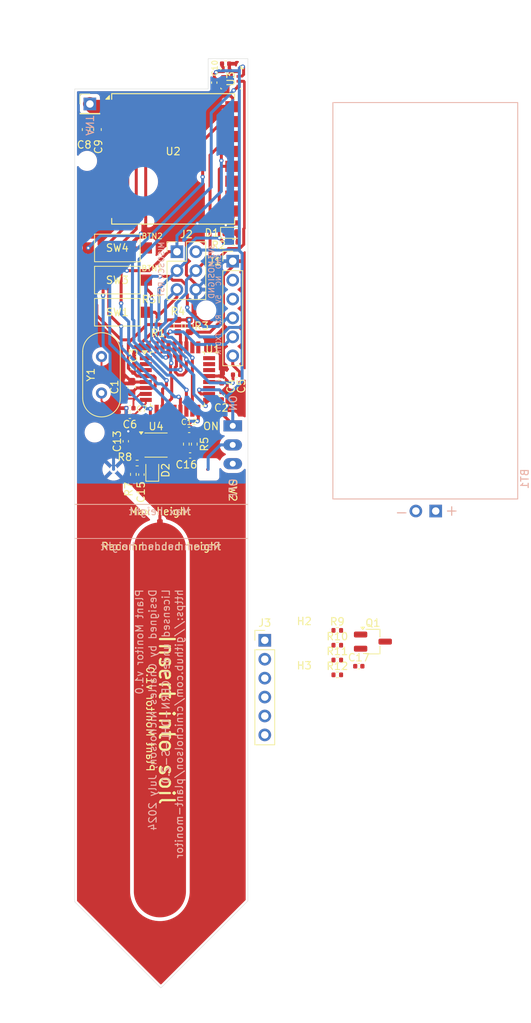
<source format=kicad_pcb>
(kicad_pcb (version 20240108) (generator "pcbnew") (generator_version "8.0")
  (layers (0 "F.Cu" signal) (31 "B.Cu" signal) (34 "B.Paste" user) (35 "F.Paste" user) (36 "B.SilkS" user "B.Silkscreen") (37 "F.SilkS" user "F.Silkscreen") (38 "B.Mask" user) (39 "F.Mask" user) (44 "Edge.Cuts" user))
  (net 0 "")
  (net 1 "Net-(AE1-Pin_1)")
  (net 2 "Net-(BT1-+)")
  (net 3 "GND")
  (net 4 "+3.3V")
  (net 5 "Net-(U1-AREF)")
  (net 6 "RESET")
  (net 7 "Net-(J1-Pin_6)")
  (net 8 "XTAL2")
  (net 9 "XTAL1")
  (net 10 "TRIG")
  (net 12 "SOIL")
  (net 13 "COUT")
  (net 14 "Net-(D1-A)")
  (net 15 "Net-(D2-A)")
  (net 17 "RX")
  (net 18 "+5V")
  (net 19 "TX")
  (net 20 "MOSI")
  (net 21 "SCK")
  (net 22 "MISO")
  (net 23 "SDA")
  (net 24 "SCL")
  (net 25 "Net-(U4-DIS)")
  (net 26 "OUT")
  (net 28 "BUTTON1")
  (net 29 "BUTTON2")
  (net 34 "DIO0")
  (net 36 "LORA_RST")
  (net 40 "CS")
  (net 50 "Net-(Q1-G)")
  (net 51 "Net-(Q1-D)")
  (net 52 "SOIL_FET")
  (net 53 "VOLT")
  (footprint "Package_TO_SOT_SMD:SC-59_Handsoldering" (layer "F.Cu") (at 280.556 131.062676)
    (property "Reference" "Q1")
    (property "Value" "DMN1019USN-13")
  )
  (footprint "Resistor_SMD:R_0402_1005Metric" (layer "F.Cu") (at 255.5124 104.56 -90)
    (property "Reference" "R6" (hide yes))
    (property "Value" "1.5 K")
  )
  (footprint "Resistor_SMD:R_0402_1005Metric" (layer "F.Cu") (at 248.9104 107.1 180)
    (property "Reference" "R8")
    (property "Value" "10 K")
  )
  (footprint "Connector_PinHeader_2.54mm:PinHeader_2x03_P2.54mm_Vertical" (layer "F.Cu") (at 254.254 78.74)
    (property "Reference" "J2")
    (property "Value" "AT_ISP")
  )
  (footprint "Resistor_SMD:R_0402_1005Metric" (layer "F.Cu") (at 256.5844 104.562 -90)
    (property "Reference" "R5")
    (property "Value" "330")
  )
  (footprint "Capacitor_SMD:C_0402_1005Metric" (layer "F.Cu") (at 259.262 56.048 90)
    (property "Reference" "C10")
    (property "Value" "100 nF")
  )
  (footprint "Resistor_SMD:R_0402_1005Metric" (layer "F.Cu") (at 275.776 129.556)
    (property "Reference" "R9")
    (property "Value" "10 K")
  )
  (footprint "Capacitor_SMD:C_0402_1005Metric" (layer "F.Cu") (at 248.448 94.488 90)
    (property "Reference" "C3")
    (property "Value" "100 nF")
  )
  (footprint "Package_LGA:Bosch_LGA-8_2.5x2.5mm_P0.65mm_ClockwisePinNumbering" (layer "F.Cu") (at 261.484 55.54 -90)
    (property "Reference" "U3")
    (property "Value" "BME280")
  )
  (footprint "Button_Switch_SMD:SW_SPST_CK_RS282G05A3" (layer "F.Cu") (at 246.253 86.864 180)
    (property "Reference" "SW1")
    (property "Value" "AT_RESET")
  )
  (footprint "Resistor_SMD:R_0402_1005Metric" (layer "F.Cu") (at 275.776 133.536)
    (property "Reference" "R11")
    (property "Value" "1 M")
  )
  (footprint "Resistor_SMD:R_0402_1005Metric" (layer "F.Cu") (at 261.872 77.47 180)
    (property "Reference" "R2")
    (property "Value" "1 K")
  )
  (footprint "Connector_PinHeader_2.54mm:PinHeader_1x06_P2.54mm_Vertical" (layer "F.Cu") (at 266.046 130.886)
    (property "Reference" "J3")
    (property "Value" "FTDI")
  )
  (footprint "Resistor_SMD:R_0603_1608Metric" (layer "F.Cu") (at 254.381 88.709 90)
    (property "Reference" "R4")
    (property "Value" "1.8 K")
  )
  (footprint "Capacitor_SMD:C_0402_1005Metric" (layer "F.Cu") (at 249.4834 108.65 -90)
    (property "Reference" "C15")
    (property "Value" "1 nF")
  )
  (footprint "Connector_PinHeader_2.54mm:PinHeader_1x06_P2.54mm_Vertical" (layer "F.Cu") (at 261.747 80.01)
    (property "Reference" "J1")
    (property "Value" "FTDI")
  )
  (footprint "Capacitor_SMD:C_0402_1005Metric" (layer "F.Cu") (at 260.786 53.508)
    (property "Reference" "C11" (hide yes))
    (property "Value" "1 uF")
  )
  (footprint "Sensor_Humidity:Soil" (layer "F.Cu") (at 251.968 118.5695)
    (property "Reference" "C14" (hide yes))
    (property "Value" "Soil")
  )
  (footprint "Resistor_SMD:R_0402_1005Metric" (layer "F.Cu") (at 275.776 131.546)
    (property "Reference" "R10")
    (property "Value" "10")
  )
  (footprint "Package_SO:VSSOP-8_3.0x3.0mm_P0.65mm" (layer "F.Cu") (at 251.4504 104.687)
    (property "Reference" "U4")
    (property "Value" "TLC555xPS")
  )
  (footprint "LED_SMD:LED_0603_1608Metric" (layer "F.Cu") (at 261.5945 76.2)
    (property "Reference" "D1")
    (property "Value" "LED")
  )
  (footprint "Capacitor_SMD:C_0402_1005Metric" (layer "F.Cu") (at 260.259 95.927 90)
    (property "Reference" "C4")
    (property "Value" "100 nF")
  )
  (footprint "Capacitor_SMD:C_0402_1005Metric" (layer "F.Cu") (at 247.94 100.753 180)
    (property "Reference" "C6")
    (property "Value" "22 pF")
  )
  (footprint "Capacitor_SMD:C_0402_1005Metric" (layer "F.Cu") (at 255.8954 102.655)
    (property "Reference" "C12")
    (property "Value" "470 pF")
  )
  (footprint "Capacitor_SMD:C_0603_1608Metric" (layer "F.Cu") (at 248.194 96.901 -90)
    (property "Reference" "C1")
    (property "Value" "10 uF")
  )
  (footprint "Crystal:Crystal_HC18-U_Vertical" (layer "F.Cu") (at 244.13 97.705 90)
    (property "Reference" "Y1")
    (property "Value" "8MHz")
  )
  (footprint "Capacitor_SMD:C_0603_1608Metric" (layer "F.Cu") (at 242.063 62.342 90)
    (property "Reference" "C8")
    (property "Value" "10 uF")
  )
  (footprint "Resistor_SMD:R_0402_1005Metric" (layer "F.Cu") (at 251.714 88.009 90)
    (property "Reference" "R1")
    (property "Value" "220")
  )
  (footprint "Button_Switch_THT:SW_Slide_SPDT" (layer "F.Cu") (at 261.747 104.648 -90)
    (property "Reference" "SW2")
    (property "Value" "Power")
  )
  (footprint "Capacitor_SMD:C_0402_1005Metric" (layer "F.Cu") (at 247.3864 104.179 90)
    (property "Reference" "C13")
    (property "Value" "100 nF")
  )
  (footprint "Capacitor_SMD:C_0402_1005Metric" (layer "F.Cu") (at 262.255 95.25)
    (property "Reference" "C5")
    (property "Value" "100 nF")
  )
  (footprint "Capacitor_SMD:C_0402_1005Metric" (layer "F.Cu") (at 260.259 98.058 -90)
    (property "Reference" "C2")
    (property "Value" "100 nF")
  )
  (footprint "Capacitor_SMD:C_0603_1608Metric" (layer "F.Cu") (at 243.587 62.342 90)
    (property "Reference" "C9")
    (property "Value" "100 nF")
  )
  (footprint "Connector_PinHeader_2.54mm:PinHeader_1x01_P2.54mm_Vertical" (layer "F.Cu") (at 242.571 58.913)
    (property "Reference" "AE1" (hide yes))
    (property "Value" "Antenna")
  )
  (footprint "RF_Module:Ai-Thinker-Ra-01-LoRa" (layer "F.Cu") (at 253.747 66.279)
    (property "Reference" "U2")
    (property "Value" "Ra-01")
  )
  (footprint "Package_QFP:TQFP-32_7x7mm_P0.8mm" (layer "F.Cu") (at 254.324 95.826)
    (property "Reference" "U1")
    (property "Value" "ATmega328P-A")
  )
  (footprint "Resistor_SMD:R_0603_1608Metric" (layer "F.Cu") (at 255.905 88.709 90)
    (property "Reference" "R3")
    (property "Value" "1.8 K")
  )
  (footprint "Diode_SMD:D_MicroMELF" (layer "F.Cu") (at 250.9424 108.078 90)
    (property "Reference" "D2")
    (property "Value" "SM4007")
  )
  (footprint "Capacitor_SMD:C_0402_1005Metric" (layer "F.Cu") (at 278.666 134.366)
    (property "Reference" "C17")
    (property "Value" "1 nF")
  )
  (footprint "MountingHole:MountingHole_2.2mm_M2" (layer "F.Cu") (at 271.346 137.486)
    (property "Reference" "H3")
    (property "Value" "MountingHole")
  )
  (footprint "Capacitor_SMD:C_0402_1005Metric" (layer "F.Cu") (at 247.94 99.737)
    (property "Reference" "C7")
    (property "Value" "22 pF")
  )
  (footprint "Button_Switch_SMD:SW_SPST_CK_RS282G05A3" (layer "F.Cu") (at 246.253 82.55 180)
    (property "Reference" "SW3")
    (property "Value" "BUTTON1")
  )
  (footprint "Button_Switch_SMD:SW_SPST_CK_RS282G05A3" (layer "F.Cu") (at 246.253 78.232 180)
    (property "Reference" "SW4")
    (property "Value" "BUTTON2")
  )
  (footprint "Resistor_SMD:R_0402_1005Metric" (layer "F.Cu") (at 248.4024 108.622 -90)
    (property "Reference" "R7")
    (property "Value" "1 M")
  )
  (footprint "MountingHole:MountingHole_2.2mm_M2" (layer "F.Cu") (at 271.346 131.536)
    (property "Reference" "H2")
    (property "Value" "MountingHole")
  )
  (footprint "Resistor_SMD:R_0402_1005Metric" (layer "F.Cu") (at 275.776 135.526)
    (property "Reference" "R12")
    (property "Value" "1 M")
  )
  (footprint "Capacitor_SMD:C_0402_1005Metric" (layer "F.Cu") (at 256.0224 106.084)
    (property "Reference" "C16")
    (property "Value" "10 nF")
  )
  (footprint "Battery:BatteryHolder_Keystone_2469_2xAAA" (layer "B.Cu") (at 293.942 109.222 90)
    (property "Reference" "BT1")
    (property "Value" "Battery")
  )
  (gr_line (start 263.779 117.221) (end 240.538 117.221) (stroke (width 0.1)) (layer "B.SilkS"))
  (gr_line (start 240.538 112.649) (end 263.779 112.649) (stroke (width 0.1)) (layer "B.SilkS"))
  (gr_line (start 240.538 117.221) (end 263.779 117.221) (stroke (width 0.1)) (layer "F.SilkS"))
  (gr_line (start 240.538 112.649) (end 263.779 112.649) (stroke (width 0.1)) (layer "F.SilkS"))
  (gr_line (start 252.095 177.546) (end 240.538 165.989) (stroke (width 0.05)) (layer "Edge.Cuts"))
  (gr_line (start 258.445 52.832) (end 258.445 56.896) (stroke (width 0.05)) (layer "Edge.Cuts"))
  (gr_line (start 240.538 56.896) (end 240.538 165.989) (stroke (width 0.05)) (layer "Edge.Cuts"))
  (gr_line (start 263.779 52.832) (end 263.779 165.862) (stroke (width 0.05)) (layer "Edge.Cuts"))
  (gr_line (start 258.445 56.896) (end 240.538 56.896) (stroke (width 0.05)) (layer "Edge.Cuts"))
  (gr_line (start 263.777186 165.863814) (end 252.095 177.546) (stroke (width 0.05)) (layer "Edge.Cuts"))
  (gr_line (start 263.779 52.832) (end 258.445 52.832) (stroke (width 0.05)) (layer "Edge.Cuts"))
  (gr_text "5V" (at 260.223 84.455 90) (layer "B.SilkS") (effects (font (size 0.66 0.66) (thickness 0.1)) (justify left bottom mirror)))
  (gr_text "RX" (at 260.223 87.122 90) (layer "B.SilkS") (effects (font (size 0.66 0.66) (thickness 0.1)) (justify left bottom mirror)))
  (gr_text "RST" (at 252.603 82.677 90) (layer "B.SilkS") (effects (font (size 0.75 0.75) (thickness 0.12)) (justify left bottom mirror)))
  (gr_text "Designed by Charles Nicholson, July 2024" (at 251.587 123.952 90) (layer "B.SilkS") (effects (font (size 1 1)) (justify left bottom mirror)))
  (gr_text "Recommended height" (at 260.223 118.872 -0) (layer "B.SilkS") (effects (font (size 1 1)) (justify left bottom mirror)))
  (gr_text "Licensed under CERN-OHL-S-2.0" (at 253.365 123.952 90) (layer "B.SilkS") (effects (font (size 1 1) (thickness 0.15) (bold yes)) (justify left bottom mirror)))
  (gr_text "ON" (at 262.382 97.917 90) (layer "B.SilkS") (effects (font (size 1 1)) (justify left bottom mirror)))
  (gr_text "Plant Monitor v1.0" (at 249.809 123.952 90) (layer "B.SilkS") (effects (font (size 1 1)) (justify left bottom mirror)))
  (gr_text "OFF\n" (at 262.382 109.093 90) (layer "B.SilkS") (effects (font (size 1 1)) (justify left bottom mirror)))
  (gr_text "NC" (at 260.223 81.915 90) (layer "B.SilkS") (effects (font (size 0.66 0.66) (thickness 0.1)) (justify left bottom mirror)))
  (gr_text "SCK" (at 252.603 80.137 90) (layer "B.SilkS") (effects (font (size 0.75 0.75) (thickness 0.12)) (justify left bottom mirror)))
  (gr_text "TX" (at 260.223 89.535 90) (layer "B.SilkS") (effects (font (size 0.66 0.66) (thickness 0.1)) (justify left bottom mirror)))
  (gr_text "DTR" (at 260.223 90.678 90) (layer "B.SilkS") (effects (font (size 0.66 0.66) (thickness 0.1)) (justify left bottom mirror)))
  (gr_text "MOSI" (at 259.334 79.883 90) (layer "B.SilkS") (effects (font (size 0.75 0.75) (thickness 0.12)) (justify left bottom mirror)))
  (gr_text "ANT" (at 241.935 63.246 -90) (layer "B.SilkS") (effects (font (size 1 1)) (justify left bottom mirror)))
  (gr_text "Max height" (at 256.159 114.173 -0) (layer "B.SilkS") (effects (font (size 1 1)) (justify left bottom mirror)))
  (gr_text "MISO" (at 252.603 77.343 90) (layer "B.SilkS") (effects (font (size 0.75 0.75) (thickness 0.12)) (justify left bottom mirror)))
  (gr_text "GND" (at 259.334 82.677 90) (layer "B.SilkS") (effects (font (size 0.75 0.75) (thickness 0.12)) (justify left bottom mirror)))
  (gr_text "https://github.com/crnicholson/plant-monitor" (at 255.143 123.952 90) (layer "B.SilkS") (effects (font (size 1 1)) (justify left bottom mirror)))
  (gr_text "GND" (at 260.223 78.994 90) (layer "B.SilkS") (effects (font (size 0.66 0.66) (thickness 0.1)) (justify left bottom mirror)))
  (gr_text "3V3" (at 259.334 77.597 90) (layer "B.SilkS") (effects (font (size 0.75 0.75) (thickness 0.12)) (justify left bottom mirror)))
  (gr_text "BTN2" (at 249.428 77.089 0) (layer "F.SilkS") (effects (font (size 0.75 0.75) (thickness 0.12)) (justify left bottom)))
  (gr_text "Insert into soil" (at 251.714 130.048 270) (layer "F.SilkS") (effects (font (size 2 2) (thickness 0.3)) (justify left bottom)))
  (gr_text "ON" (at 257.683 102.743 0) (layer "F.SilkS") (effects (font (size 1 1)) (justify left bottom)))
  (gr_text "Plant Monitor v1.0" (at 250.063 148.59 -90) (layer "F.SilkS") (effects (font (size 1 1)) (justify left bottom mirror)))
  (gr_text "Recommended height" (at 243.967 118.872 0) (layer "F.SilkS") (effects (font (size 1 1)) (justify left bottom)))
  (gr_text "Max height" (at 247.777 114.173 0) (layer "F.SilkS") (effects (font (size 1 1)) (justify left bottom)))
  (gr_text "RST" (at 249.428 85.725 0) (layer "F.SilkS") (effects (font (size 1 1)) (justify left bottom)))
  (gr_text "BTN1" (at 249.428 81.407 0) (layer "F.SilkS") (effects (font (size 0.75 0.75) (thickness 0.12)) (justify left bottom)))
  (segment (start 242.937 59.279) (end 242.571 58.913) (width 1.84904) (layer "F.Cu") (net 1))
  (segment (start 245.747 59.279) (end 242.937 59.279) (width 1.84904) (layer "F.Cu") (net 1))
  (segment (start 258.381 107.952) (end 258.3704 107.952) (width 0.4) (layer "F.Cu") (net 2))
  (segment (start 258.445 106.3073) (end 258.445 107.952) (width 0.4) (layer "B.Cu") (net 2))
  (segment (start 260.0863 104.666) (end 258.445 106.3073) (width 0.4) (layer "B.Cu") (net 2))
  (segment (start 261.738 104.666) (end 260.0863 104.666) (width 0.4) (layer "B.Cu") (net 2))
  (segment (start 261.6521 54.6485) (end 261.0856 55.215) (width 0.4) (layer "F.Cu") (net 3))
  (segment (start 261.747 59.279) (end 260.3453 59.279) (width 0.4) (layer "F.Cu") (net 3))
  (segment (start 248.299054 110.109) (end 251.587 110.109) (width 0.4) (layer "F.Cu") (net 3))
  (segment (start 261.1092 56.3915) (end 261.1092 57.4895) (width 0.4) (layer "F.Cu") (net 3))
  (segment (start 257.0036 62.6207) (end 257.0036 62.3126) (width 0.4) (layer "F.Cu") (net 3))
  (segment (start 260.5502 56.6062) (end 260.8945 56.6062) (width 0.4) (layer "F.Cu") (net 3))
  (segment (start 251.968 110.49) (end 251.968 114.6695) (width 0.4) (layer "F.Cu") (net 3))
  (segment (start 250.4705 101.9286) (end 255.826 101.9286) (width 0.4) (layer "F.Cu") (net 3))
  (segment (start 255.97 61.279) (end 245.747 61.279) (width 0.4) (layer "F.Cu") (net 3))
  (segment (start 257.0036 74.9702) (end 256.413 74.3796) (width 0.4) (layer "F.Cu") (net 3))
  (segment (start 247.7238 102.843) (end 248.1237 103.2429) (width 0.4) (layer "F.Cu") (net 3))
  (segment (start 247.46 99.737) (end 247.46 100.753) (width 0.4) (layer "F.Cu") (net 3))
  (segment (start 260.3828 95.447) (end 261.0051 96.0693) (width 0.4) (layer "F.Cu") (net 3))
  (segment (start 248.565556 94.008) (end 249.158 94.600444) (width 0.4) (layer "F.Cu") (net 3))
  (segment (start 255.524 76.4498) (end 255.524 81.8399) (width 0.4) (layer "F.Cu") (net 3))
  (segment (start 253.088 88.7014) (end 252.0168 89.7726) (width 0.4) (layer "F.Cu") (net 3))
  (segment (start 260.9932 75.1845) (end 260.807 75.1845) (width 0.4) (layer "F.Cu") (net 3))
  (segment (start 248.6871 103.712) (end 250.4705 101.9286) (width 0.4) (layer "F.Cu") (net 3))
  (segment (start 256.794 85.0717) (end 256.413 85.4527) (width 0.4) (layer "F.Cu") (net 3))
  (segment (start 261.266 54.1789) (end 261.6521 54.565) (width 0.4) (layer "F.Cu") (net 3))
  (segment (start 248.4024 108.112) (end 248.2828 108.112) (width 0.4) (layer "F.Cu") (net 3))
  (segment (start 261.0051 96.8319) (end 260.3616 97.4754) (width 0.4) (layer "F.Cu") (net 3))
  (segment (start 260.238 95.426) (end 260.259 95.447) (width 0.4) (layer "F.Cu") (net 3))
  (segment (start 259.7943 56.528) (end 259.8073 56.515) (width 0.4) (layer "F.Cu") (net 3))
  (segment (start 261.747 74.4307) (end 260.9932 75.1845) (width 0.4) (layer "F.Cu") (net 3))
  (segment (start 247.13 95.162) (end 248.194 96.226) (width 0.4) (layer "F.Cu") (net 3))
  (segment (start 261.1092 56.3915) (end 261.239 56.2617) (width 0.3498) (layer "F.Cu") (net 3))
  (segment (start 260.9712 99.4117) (end 260.9696 99.4133) (width 0.4) (layer "F.Cu") (net 3))
  (segment (start 260.259 97.578) (end 260.3616 97.4754) (width 0.4) (layer "F.Cu") (net 3))
  (segment (start 261.747 58.1273) (end 261.747 59.279) (width 0.4) (layer "F.Cu") (net 3))
  (segment (start 261.747 80.7141) (end 260.497 81.9641) (width 0.4) (layer "F.Cu") (net 3))
  (segment (start 249.158 94.626) (end 250.074 94.626) (width 0.4) (layer "F.Cu") (net 3))
  (segment (start 261.0051 96.0693) (end 261.0051 96.8319) (width 0.4) (layer "F.Cu") (net 3))
  (segment (start 260.459 55.215) (end 261.0856 55.215) (width 0.3498) (layer "F.Cu") (net 3))
  (segment (start 247.13 92.7927) (end 247.13 95.162) (width 0.4) (layer "F.Cu") (net 3))
  (segment (start 256.78 88.3384) (end 256.417 88.7014) (width 0.4) (layer "F.Cu") (net 3))
  (segment (start 251.587 110.109) (end 251.968 110.49) (width 0.4) (layer "F.Cu") (net 3))
  (segment (start 242.353 86.864) (end 242.353 88.0157) (width 0.4) (layer "F.Cu") (net 3))
  (segment (start 259.262 56.528) (end 259.7943 56.528) (width 0.4) (layer "F.Cu") (net 3))
  (segment (start 248.1237 103.2429) (end 248.1237 103.712) (width 0.4) (layer "F.Cu") (net 3))
  (segment (start 248.194 96.226) (end 248.8723 96.226) (width 0.4) (layer "F.Cu") (net 3))
  (segment (start 247.3864 103.1804) (end 247.3864 103.699) (width 0.4) (layer "F.Cu") (net 3))
  (segment (start 248.4024 108.112) (end 249.4254 108.112) (width 0.4) (layer "F.Cu") (net 3))
  (segment (start 247.7238 102.843) (end 247.3864 103.1804) (width 0.4) (layer "F.Cu") (net 3))
  (segment (start 261.747 73.279) (end 261.747 74.4307) (width 0.4) (layer "F.Cu") (net 3))
  (segment (start 245.747 61.279) (end 243.875 61.279) (width 0.4) (layer "F.Cu") (net 3))
  (segment (start 248.194 96.226) (end 248.194 96.126) (width 0.4) (layer "F.Cu") (net 3))
  (segment (start 261.266 53.508) (end 261.266 54.1789) (width 0.4) (layer "F.Cu") (net 3))
  (segment (start 261.239 55.3684) (end 261.0856 55.215) (width 0.3498) (layer "F.Cu") (net 3))
  (segment (start 242.353 88.0157) (end 247.13 92.7927) (width 0.4) (layer "F.Cu") (net 3))
  (segment (start 256.413 74.3796) (end 256.413 63.2113) (width 0.4) (layer "F.Cu") (net 3))
  (segment (start 256.794 83.1099) (end 256.794 83.82) (width 0.4) (layer "F.Cu") (net 3))
  (segment (start 243.875 61.279) (end 243.587 61.567) (width 0.4) (layer "F.Cu") (net 3))
  (segment (start 256.417 88.7014) (end 253.088 88.7014) (width 0.4) (layer "F.Cu") (net 3))
  (segment (start 260.459 56.515) (end 259.8073 56.515) (width 0.4) (layer "F.Cu") (net 3))
  (segment (start 261.1092 57.4895) (end 261.747 58.1273) (width 0.4) (layer "F.Cu") (net 3))
  (segment (start 249.4254 108.112) (end 249.4834 108.17) (width 0.4) (layer "F.Cu") (net 3))
  (segment (start 260.3616 97.4754) (end 260.9712 98.085) (width 0.4) (layer "F.Cu") (net 3))
  (segment (start 261.239 56.2617) (end 261.239 55.3684) (width 0.3498) (layer "F.Cu") (net 3))
  (segment (start 260.459 56.515) (end 260.5502 56.6062) (width 0.4) (layer "F.Cu") (net 3))
  (segment (start 256.413 87.06293) (end 256.78 87.42993) (width 0.4) (layer "F.Cu") (net 3))
  (segment (start 256.78 87.42993) (end 256.78 88.3384) (width 0.4) (layer "F.Cu") (net 3))
  (segment (start 248.6871 103.712) (end 248.1237 103.712) (width 0.4) (layer "F.Cu") (net 3))
  (segment (start 257.0036 62.3126) (end 255.97 61.279) (width 0.4) (layer "F.Cu") (net 3))
  (segment (start 257.0036 74.9702) (end 255.524 76.4498) (width 0.4) (layer "F.Cu") (net 3))
  (segment (start 260.8945 56.6062) (end 261.1092 56.3915) (width 0.4) (layer "F.Cu") (net 3))
  (segment (start 260.807 76.2) (end 260.807 75.1845) (width 0.4) (layer "F.Cu") (net 3))
  (segment (start 256.413 63.2113) (end 257.0036 62.6207) (width 0.4) (layer "F.Cu") (net 3))
  (segment (start 247.6768 109.486746) (end 248.299054 110.109) (width 0.4) (layer "F.Cu") (net 3))
  (segment (start 247.6768 108.718) (end 247.6768 109.486746) (width 0.4) (layer "F.Cu") (net 3))
  (segment (start 250.074 96.226) (end 248.8723 96.226) (width 0.4) (layer "F.Cu") (net 3))
  (segment (start 255.524 81.8399) (end 256.794 83.1099) (width 0.4) (layer "F.Cu") (net 3))
  (segment (start 255.826 101.9286) (end 256.3754 102.478) (width 0.4) (layer "F.Cu") (net 3))
  (segment (start 261.747 80.01) (end 261.747 80.7141) (width 0.4) (layer "F.Cu") (net 3))
  (segment (start 248.2828 108.112) (end 247.6768 108.718) (width 0.4) (layer "F.Cu") (net 3))
  (segment (start 249.2504 103.712) (end 248.6871 103.712) (width 0.4) (layer "F.Cu") (net 3))
  (segment (start 248.448 92.039) (end 248.448 94.008) (width 0.4) (layer "F.Cu") (net 3))
  (segment (start 258.574 95.426) (end 260.238 95.426) (width 0.4) (layer "F.Cu") (net 3))
  (segment (start 243.587 61.567) (end 242.063 61.567) (width 0.4) (layer "F.Cu") (net 3))
  (segment (start 249.158 94.600444) (end 249.158 94.626) (width 0.4) (layer "F.Cu") (net 3))
  (segment (start 261.6521 54.565) (end 261.6521 54.6485) (width 0.4) (layer "F.Cu") (net 3))
  (segment (start 256.413 85.4527) (end 256.413 87.06293) (width 0.4) (layer "F.Cu") (net 3))
  (segment (start 261.6521 54.565) (end 261.8573 54.565) (width 0.4) (layer "F.Cu") (net 3))
  (segment (start 260.497 81.9641) (end 260.497 95.167) (width 0.4) (layer "F.Cu") (net 3))
  (segment (start 256.3754 102.478) (end 256.3754 102.655) (width 0.4) (layer "F.Cu") (net 3))
  (segment (start 250.7144 89.7726) (end 248.448 92.039) (width 0.4) (layer "F.Cu") (net 3))
  (segment (start 262.509 54.565) (end 261.8573 54.565) (width 0.4) (layer "F.Cu") (net 3))
  (segment (start 260.3453 59.279) (end 257.0036 62.6207) (width 0.4) (layer "F.Cu") (net 3))
  (segment (start 260.497 95.167) (end 260.238 95.426) (width 0.4) (layer "F.Cu") (net 3))
  (segment (start 248.448 94.008) (end 248.565556 94.008) (width 0.4) (layer "F.Cu") (net 3))
  (segment (start 252.0168 89.7726) (end 250.7144 89.7726) (width 0.4) (layer "F.Cu") (net 3))
  (segment (start 260.9712 98.085) (end 260.9712 99.4117) (width 0.4) (layer "F.Cu") (net 3))
  (segment (start 256.794 83.82) (end 256.794 85.0717) (width 0.4) (layer "F.Cu") (net 3))
  (segment (start 260.259 95.447) (end 260.3828 95.447) (width 0.4) (layer "F.Cu") (net 3))
  (via (at 260.807 75.1845) (size 0.6) (drill 0.3) (layers "F.Cu" "B.Cu") (net 3))
  (via (at 247.7238 102.843) (size 0.6) (drill 0.3) (layers "F.Cu" "B.Cu") (net 3))
  (via (at 257.0036 74.9702) (size 0.6) (drill 0.3) (layers "F.Cu" "B.Cu") (net 3))
  (via (at 260.9696 99.4133) (size 0.6) (drill 0.3) (layers "F.Cu" "B.Cu") (net 3))
  (via (at 247.46 99.737) (size 0.6) (drill 0.3) (layers "F.Cu" "B.Cu") (net 3))
  (segment (start 246.661 102.843) (end 245.745 103.759) (width 0.4) (layer "B.Cu") (net 3))
  (segment (start 260.604 80.01) (end 256.794 83.82) (width 0.4) (layer "B.Cu") (net 3))
  (segment (start 245.745 103.759) (end 245.745 107.952) (width 0.4) (layer "B.Cu") (net 3))
  (segment (start 257.5399 102.843) (end 260.9696 99.4133) (width 0.4) (layer "B.Cu") (net 3))
  (segment (start 247.7238 102.843) (end 257.5399 102.843) (width 0.4) (layer "B.Cu") (net 3))
  (segment (start 257.0036 74.9702) (end 260.5927 74.9702) (width 0.4) (layer "B.Cu") (net 3))
  (segment (start 261.747 80.01) (end 260.604 80.01) (width 0.4) (layer "B.Cu") (net 3))
  (segment (start 247.7238 100.9118) (end 247.46 100.648) (width 0.4) (layer "B.Cu") (net 3))
  (segment (start 247.7238 102.843) (end 246.661 102.843) (width 0.4) (layer "B.Cu") (net 3))
  (segment (start 247.7238 102.843) (end 247.7238 100.9118) (width 0.4) (layer "B.Cu") (net 3))
  (segment (start 260.5927 74.9702) (end 260.807 75.1845) (width 0.4) (layer "B.Cu") (net 3))
  (segment (start 247.46 100.648) (end 247.46 99.737) (width 0.4) (layer "B.Cu") (net 3))
  (segment (start 254.381 87.884) (end 253.0545 87.884) (width 0.4) (layer "F.Cu") (net 4))
  (segment (start 247.73 94.367556) (end 247.73 90.99) (width 0.4) (layer "F.Cu") (net 4))
  (segment (start 260.459 54.565) (end 259.5971 54.565) (width 0.4) (layer "F.Cu") (net 4))
  (segment (start 242.3513 84.7688) (end 242.353 84.7671) (width 0.4) (layer "F.Cu") (net 4))
  (segment (start 242.353 84.7671) (end 242.353 82.55) (width 0.4) (layer "F.Cu") (net 4))
  (segment (start 258.574 97.826) (end 257.499 97.826) (width 0.4) (layer "F.Cu") (net 4))
  (segment (start 262.5588 55.1652) (end 262.509 55.215) (width 0.3498) (layer "F.Cu") (net 4))
  (segment (start 249.2504 105.662) (end 248.1237 105.662) (width 0.4) (layer "F.Cu") (net 4))
  (segment (start 247.3864 104.659) (end 247.3864 104.9247) (width 0.4) (layer "F.Cu") (net 4))
  (segment (start 251.333 95.631) (end 251.333 96.842) (width 0.4) (layer "F.Cu") (net 4))
  (segment (start 250.074 95.426) (end 251.128 95.426) (width 0.4) (layer "F.Cu") (net 4))
  (segment (start 262.9951 55.1652) (end 262.5588 55.1652) (width 0.3498) (layer "F.Cu") (net 4))
  (segment (start 256.5844 105.072) (end 256.6886 105.072) (width 0.4) (layer "F.Cu") (net 4))
  (segment (start 259.262 54.9001) (end 259.262 55.568) (width 0.4) (layer "F.Cu") (net 4))
  (segment (start 260.259 100.4457) (end 260.259 98.538) (width 0.4) (layer "F.Cu") (net 4))
  (segment (start 248.448 94.968) (end 248.906 95.426) (width 0.4) (layer "F.Cu") (net 4))
  (segment (start 260.306 53.508) (end 260.306 53.8353) (width 0.4) (layer "F.Cu") (net 4))
  (segment (start 249.428 76.327) (end 250.063 75.692) (width 0.4) (layer "F.Cu") (net 4))
  (segment (start 248.844 97.026) (end 248.194 97.676) (width 0.4) (layer "F.Cu") (net 4))
  (segment (start 250.063 75.692) (end 250.063 65.151) (width 0.4) (layer "F.Cu") (net 4))
  (segment (start 259.262 54.9001) (end 259.50655 54.65555) (width 0.4) (layer "F.Cu") (net 4))
  (segment (start 255.0316 103.3725) (end 254.7771 103.627) (width 0.4) (layer "F.Cu") (net 4))
  (segment (start 261.747 101.9337) (end 260.259 100.4457) (width 0.4) (layer "F.Cu") (net 4))
  (segment (start 247.3864 104.9247) (end 248.1237 105.662) (width 0.4) (layer "F.Cu") (net 4))
  (segment (start 246.7788 90.5688) (end 243.503 87.293) (width 0.4) (layer "F.Cu") (net 4))
  (segment (start 263.2005 54.0128) (end 263.0982 53.9105) (width 0.4) (layer "F.Cu") (net 4))
  (segment (start 252.4195 88.519) (end 251.714 88.519) (width 0.4) (layer "F.Cu") (net 4))
  (segment (start 250.201 88.519) (end 248.1512 90.5688) (width 0.4) (layer "F.Cu") (net 4))
  (segment (start 248.330444 94.968) (end 247.73 94.367556) (width 0.4) (layer "F.Cu") (net 4))
  (segment (start 257.3322 103.3725) (end 255.0316 103.3725) (width 0.4) (layer "F.Cu") (net 4))
  (segment (start 251.333 96.842) (end 251.149 97.026) (width 0.4) (layer "F.Cu") (net 4))
  (segment (start 242.353 63.117) (end 242.063 63.117) (width 0.4) (layer "F.Cu") (net 4))
  (segment (start 251.714 88.519) (end 250.201 88.519) (width 0.4) (layer "F.Cu") (net 4))
  (segment (start 257.2475 97.5745) (end 257.2475 97.2708) (width 0.4) (layer "F.Cu") (net 4))
  (segment (start 260.306 53.8353) (end 260.459 53.9883) (width 0.4) (layer "F.Cu") (net 4))
  (segment (start 251.149 97.026) (end 250.074 97.026) (width 0.4) (layer "F.Cu") (net 4))
  (segment (start 247.73 90.99) (end 248.1512 90.5688) (width 0.4) (layer "F.Cu") (net 4))
  (segment (start 241.2013 96.8023) (end 241.2013 85.9188) (width 0.4) (layer "F.Cu") (net 4))
  (segment (start 248.191 63.279) (end 245.747 63.279) (width 0.4) (layer "F.Cu") (net 4))
  (segment (start 242.353 63.117) (end 243.587 63.117) (width 0.4) (layer "F.Cu") (net 4))
  (segment (start 243.503 85.9171) (end 242.353 84.7671) (width 0.4) (layer "F.Cu") (net 4))
  (segment (start 257.3322 104.4284) (end 257.3322 103.3725) (width 0.4) (layer "F.Cu") (net 4))
  (segment (start 257.3322 103.3725) (end 260.259 100.4457) (width 0.4) (layer "F.Cu") (net 4))
  (segment (start 250.074 97.026) (end 248.844 97.026) (width 0.4) (layer "F.Cu") (net 4))
  (segment (start 244.1833 63.117) (end 244.3453 63.279) (width 0.4) (layer "F.Cu") (net 4))
  (segment (start 259.8073 55.865) (end 259.5103 55.568) (width 0.4) (layer "F.Cu") (net 4))
  (segment (start 260.459 54.565) (end 260.459 53.9883) (width 0.4) (layer "F.Cu") (net 4))
  (segment (start 248.448 94.968) (end 248.330444 94.968) (width 0.4) (layer "F.Cu") (net 4))
  (segment (start 241.2013 85.9188) (end 242.3513 84.7688) (width 0.4) (layer "F.Cu") (net 4))
  (segment (start 243.587 63.117) (end 244.1833 63.117) (width 0.4) (layer "F.Cu") (net 4))
  (segment (start 242.353 82.55) (end 242.353 78.232) (width 0.4) (layer "F.Cu") (net 4))
  (segment (start 251.128 95.426) (end 251.333 95.631) (width 0.4) (layer "F.Cu") (net 4))
  (segment (start 253.6504 103.712) (end 254.7771 103.712) (width 0.4) (layer "F.Cu") (net 4))
  (segment (start 261.747 102.108) (end 261.747 101.9337) (width 0.4) (layer "F.Cu") (net 4))
  (segment (start 247.268844 104.659) (end 246.6764 104.066556) (width 0.4) (layer "F.Cu") (net 4))
  (segment (start 263.2005 54.9598) (end 263.2005 54.0128) (width 0.4) (layer "F.Cu") (net 4))
  (segment (start 246.6764 104.066556) (end 246.6764 102.2774) (width 0.4) (layer "F.Cu") (net 4))
  (segment (start 259.5103 55.568) (end 259.262 55.568) (width 0.4) (layer "F.Cu") (net 4))
  (segment (start 254.7771 103.627) (end 254.7771 103.712) (width 0.4) (layer "F.Cu") (net 4))
  (segment (start 247.3864 104.659) (end 247.268844 104.659) (width 0.4) (layer "F.Cu") (net 4))
  (segment (start 256.6886 105.072) (end 257.3322 104.4284) (width 0.4) (layer "F.Cu") (net 4))
  (segment (start 257.499 97.826) (end 257.2475 97.5745) (width 0.4) (layer "F.Cu") (net 4))
  (segment (start 255.905 87.884) (end 254.381 87.884) (width 0.4) (layer "F.Cu") (net 4))
  (segment (start 246.6764 102.2774) (end 241.2013 96.8023) (width 0.4) (layer "F.Cu") (net 4))
  (segment (start 262.9951 55.1652) (end 263.2005 54.9598) (width 0.4) (layer "F.Cu") (net 4))
  (segment (start 253.0545 87.884) (end 252.4195 88.519) (width 0.4) (layer "F.Cu") (net 4))
  (segment (start 250.063 65.151) (end 248.191 63.279) (width 0.4) (layer "F.Cu") (net 4))
  (segment (start 248.1512 90.5688) (end 246.7788 90.5688) (width 0.4) (layer "F.Cu") (net 4))
  (segment (start 259.5971 54.565) (end 259.50655 54.65555) (width 0.4) (layer "F.Cu") (net 4))
  (segment (start 243.503 87.293) (end 243.503 85.9171) (width 0.4) (layer "F.Cu") (net 4))
  (segment (start 260.459 55.865) (end 259.8073 55.865) (width 0.4) (layer "F.Cu") (net 4))
  (segment (start 248.906 95.426) (end 250.074 95.426) (width 0.4) (layer "F.Cu") (net 4))
  (segment (start 245.747 63.279) (end 244.3453 63.279) (width 0.4) (layer "F.Cu") (net 4))
  (via (at 259.50655 54.65555) (size 0.6) (drill 0.3) (layers "F.Cu" "B.Cu") (net 4))
  (via (at 255.905 87.884) (size 0.6) (drill 0.3) (layers "F.Cu" "B.Cu") (net 4))
  (via (at 249.428 76.327) (size 0.6) (drill 0.3) (layers "F.Cu" "B.Cu") (net 4))
  (via (at 263.0982 53.9105) (size 0.6) (drill 0.3) (layers "F.Cu" "B.Cu") (net 4))
  (via (at 257.2475 97.2708) (size 0.6) (drill 0.3) (layers "F.Cu" "B.Cu") (net 4))
  (via (at 242.353 78.232) (size 0.6) (drill 0.3) (layers "F.Cu" "B.Cu") (net 4))
  (segment (start 262.6248 78.4391) (end 262.5469 78.517) (width 0.4) (layer "B.Cu") (net 4))
  (segment (start 262.5469 78.517) (end 262.9987 78.9688) (width 0.4) (layer "B.Cu") (net 4))
  (segment (start 263.0982 53.9105) (end 262.8163 53.9105) (width 0.4) (layer "B.Cu") (net 4))
  (segment (start 259.9612 97.2708) (end 260.9232 98.2328) (width 0.4) (layer "B.Cu") (net 4))
  (segment (start 244.004 76.581) (end 242.353 78.232) (width 0.4) (layer "B.Cu") (net 4))
  (segment (start 262.5469 78.517) (end 257.017 78.517) (width 0.4) (layer "B.Cu") (net 4))
  (segment (start 262.9987 96.1573) (end 262.9987 88.8971) (width 0.4) (layer "B.Cu") (net 4))
  (segment (start 262.9987 88.8971) (end 262.9972 88.8956) (width 0.4) (layer "B.Cu") (net 4))
  (segment (start 261.253633 88.8956) (end 262.9972 88.8956) (width 0.4) (layer "B.Cu") (net 4))
  (segment (start 262.6248 54.457) (end 259.7051 54.457) (width 0.4) (layer "B.Cu") (net 4))
  (segment (start 262.9987 78.9688) (end 262.9987 88.8941) (width 0.4) (layer "B.Cu") (net 4))
  (segment (start 261.747 102.108) (end 261.747 100.9563) (width 0.4) (layer "B.Cu") (net 4))
  (segment (start 262.6248 54.457) (end 262.6248 78.4391) (width 0.4) (layer "B.Cu") (net 4))
  (segment (start 257.2475 97.2708) (end 259.9612 97.2708) (width 0.4) (layer "B.Cu") (net 4))
  (segment (start 261.747 99.0566) (end 261.747 100.9563) (width 0.4) (layer "B.Cu") (net 4))
  (segment (start 260.9232 98.2328) (end 261.747 99.0566) (width 0.4) (layer "B.Cu") (net 4))
  (segment (start 249.174 76.581) (end 244.004 76.581) (width 0.4) (layer "B.Cu") (net 4))
  (segment (start 255.905 88.773) (end 257.302 90.17) (width 0.4) (layer "B.Cu") (net 4))
  (segment (start 259.7051 54.457) (end 259.50655 54.65555) (width 0.4) (layer "B.Cu") (net 4))
  (segment (start 249.428 76.327) (end 249.174 76.581) (width 0.4) (layer "B.Cu") (net 4))
  (segment (start 260.9232 98.2328) (end 262.9987 96.1573) (width 0.4) (layer "B.Cu") (net 4))
  (segment (start 255.905 87.884) (end 255.905 88.773) (width 0.4) (layer "B.Cu") (net 4))
  (segment (start 259.979233 90.17) (end 261.253633 88.8956) (width 0.4) (layer "B.Cu") (net 4))
  (segment (start 257.017 78.517) (end 256.794 78.74) (width 0.4) (layer "B.Cu") (net 4))
  (segment (start 262.9987 88.8941) (end 262.9972 88.8956) (width 0.4) (layer "B.Cu") (net 4))
  (segment (start 262.8163 53.9105) (end 262.6248 54.102) (width 0.4) (layer "B.Cu") (net 4))
  (segment (start 262.6248 54.102) (end 262.6248 54.457) (width 0.4) (layer "B.Cu") (net 4))
  (segment (start 257.302 90.17) (end 259.979233 90.17) (width 0.4) (layer "B.Cu") (net 4))
  (segment (start 258.574 96.226) (end 260.078 96.226) (width 0.4) (layer "F.Cu") (net 5))
  (segment (start 260.078 96.226) (end 260.259 96.407) (width 0.4) (layer "F.Cu") (net 5))
  (segment (start 254.186 94.1018) (end 254.186 93.0397) (width 0.4) (layer "F.Cu") (net 6))
  (segment (start 255.0294 95.2875) (end 254.4257 95.2875) (width 0.4) (layer "F.Cu") (net 6))
  (segment (start 255.5168 94.8001) (end 255.0294 95.2875) (width 0.4) (layer "F.Cu") (net 6))
  (segment (start 251.7711 87.3304) (end 251.3047 86.864) (width 0.4) (layer "F.Cu") (net 6))
  (segment (start 254.254 84.8475) (end 251.7711 87.3304) (width 0.4) (layer "F.Cu") (net 6))
  (segment (start 254.0206 94.8824) (end 254.0206 94.2672) (width 0.4) (layer "F.Cu") (net 6))
  (segment (start 261.7143 96.3361) (end 261.775 96.2754) (width 0.4) (layer "F.Cu") (net 6))
  (segment (start 251.7711 87.4419) (end 251.714 87.499) (width 0.4) (layer "F.Cu") (net 6))
  (segment (start 250.153 86.864) (end 251.3047 86.864) (width 0.4) (layer "F.Cu") (net 6))
  (segment (start 254.186 93.0397) (end 253.924 92.7777) (width 0.4) (layer "F.Cu") (net 6))
  (segment (start 254.4257 95.2875) (end 254.0206 94.8824) (width 0.4) (layer "F.Cu") (net 6))
  (segment (start 255.5168 93.1964) (end 255.5168 94.8001) (width 0.4) (layer "F.Cu") (net 6))
  (segment (start 261.775 96.2754) (end 261.775 95.25) (width 0.4) (layer "F.Cu") (net 6))
  (segment (start 251.7711 87.3304) (end 251.7711 87.4419) (width 0.4) (layer "F.Cu") (net 6))
  (segment (start 253.924 91.576) (end 253.924 92.7777) (width 0.4) (layer "F.Cu") (net 6))
  (segment (start 254.0206 94.2672) (end 254.186 94.1018) (width 0.4) (layer "F.Cu") (net 6))
  (segment (start 254.254 83.82) (end 254.254 84.8475) (width 0.4) (layer "F.Cu") (net 6))
  (via (at 261.7143 96.3361) (size 0.6) (drill 0.3) (layers "F.Cu" "B.Cu") (net 6))
  (via (at 255.5168 93.1964) (size 0.6) (drill 0.3) (layers "F.Cu" "B.Cu") (net 6))
  (segment (start 253.3137 90.8177) (end 255.5168 93.0208) (width 0.4) (layer "B.Cu") (net 6))
  (segment (start 258.6565 96.3361) (end 261.7143 96.3361) (width 0.4) (layer "B.Cu") (net 6))
  (segment (start 255.5168 93.0208) (end 255.5168 93.1964) (width 0.4) (layer "B.Cu") (net 6))
  (segment (start 252.0544 88.8842) (end 252.0544 89.9983) (width 0.4) (layer "B.Cu") (net 6))
  (segment (start 252.73 88.2086) (end 252.0544 88.8842) (width 0.4) (layer "B.Cu") (net 6))
  (segment (start 252.8357 90.8177) (end 253.3137 90.8177) (width 0.4) (layer "B.Cu") (net 6))
  (segment (start 252.73 85.344) (end 252.73 88.2086) (width 0.4) (layer "B.Cu") (net 6))
  (segment (start 254.254 83.82) (end 252.73 85.344) (width 0.4) (layer "B.Cu") (net 6))
  (segment (start 252.0544 89.9983) (end 252.1985 90.1424) (width 0.4) (layer "B.Cu") (net 6))
  (segment (start 252.1985 90.1805) (end 252.8357 90.8177) (width 0.4) (layer "B.Cu") (net 6))
  (segment (start 252.1985 90.1424) (end 252.1985 90.1805) (width 0.4) (layer "B.Cu") (net 6))
  (segment (start 255.5168 93.1964) (end 258.6565 96.3361) (width 0.4) (layer "B.Cu") (net 6))
  (segment (start 261.747 92.71) (end 261.747 93.9617) (width 0.4) (layer "F.Cu") (net 7))
  (segment (start 262.735 94.9497) (end 261.747 93.9617) (width 0.4) (layer "F.Cu") (net 7))
  (segment (start 262.735 95.25) (end 262.735 94.9497) (width 0.4) (layer "F.Cu") (net 7))
  (segment (start 246.83734 101.473) (end 247.71149 101.473) (width 0.25) (layer "F.Cu") (net 8))
  (segment (start 250.074 98.626) (end 250.074 99.099) (width 0.25) (layer "F.Cu") (net 8))
  (segment (start 247.71149 101.473) (end 248.42 100.76449) (width 0.25) (layer "F.Cu") (net 8))
  (segment (start 244.13 98.76566) (end 246.83734 101.473) (width 0.25) (layer "F.Cu") (net 8))
  (segment (start 248.42 100.76449) (end 248.42 100.753) (width 0.25) (layer "F.Cu") (net 8))
  (segment (start 244.13 97.705) (end 244.13 98.76566) (width 0.25) (layer "F.Cu") (net 8))
  (segment (start 250.074 99.099) (end 248.42 100.753) (width 0.25) (layer "F.Cu") (net 8))
  (segment (start 248.42 99.737) (end 248.42 98.709052) (width 0.25) (layer "F.Cu") (net 9))
  (segment (start 248.42 98.709052) (end 248.678052 98.451) (width 0.25) (layer "F.Cu") (net 9))
  (segment (start 247.676 98.451) (end 244.13 94.905) (width 0.25) (layer "F.Cu") (net 9))
  (segment (start 249.303052 97.826) (end 248.678052 98.451) (width 0.25) (layer "F.Cu") (net 9))
  (segment (start 250.074 97.826) (end 249.303052 97.826) (width 0.25) (layer "F.Cu") (net 9))
  (segment (start 248.678052 98.451) (end 247.676 98.451) (width 0.25) (layer "F.Cu") (net 9))
  (segment (start 244.13 94.905) (end 244.13 92.805) (width 0.25) (layer "F.Cu") (net 9))
  (segment (start 254.7174 102.6565) (end 254.7189 102.655) (width 0.4) (layer "F.Cu") (net 10))
  (segment (start 253.1772 102.658) (end 254.2433 102.658) (width 0.4) (layer "F.Cu") (net 10))
  (segment (start 249.2504 104.362) (end 251.4732 104.362) (width 0.4) (layer "F.Cu") (net 10))
  (segment (start 255.5124 105.07) (end 255.4544 105.012) (width 0.4) (layer "F.Cu") (net 10))
  (segment (start 251.4732 104.362) (end 251.6735 104.1617) (width 0.4) (layer "F.Cu") (net 10))
  (segment (start 254.2448 102.6565) (end 254.7174 102.6565) (width 0.4) (layer "F.Cu") (net 10))
  (segment (start 254.2433 102.658) (end 254.2448 102.6565) (width 0.4) (layer "F.Cu") (net 10))
  (segment (start 253.6504 105.012) (end 252.5237 105.012) (width 0.4) (layer "F.Cu") (net 10))
  (segment (start 255.4544 105.012) (end 253.6504 105.012) (width 0.4) (layer "F.Cu") (net 10))
  (segment (start 251.6735 104.1617) (end 252.5237 105.012) (width 0.4) (layer "F.Cu") (net 10))
  (segment (start 251.6735 104.1617) (end 253.1772 102.658) (width 0.4) (layer "F.Cu") (net 10))
  (segment (start 254.7189 102.655) (end 255.4154 102.655) (width 0.4) (layer "F.Cu") (net 10))
  (segment (start 249.4834 109.13) (end 249.4814 109.132) (width 0.4) (layer "F.Cu") (net 12))
  (segment (start 249.4814 109.132) (end 248.4024 109.132) (width 0.4) (layer "F.Cu") (net 12))
  (segment (start 250.9424 108.878) (end 249.7354 108.878) (width 0.4) (layer "F.Cu") (net 12))
  (segment (start 249.7354 108.878) (end 249.4834 109.13) (width 0.4) (layer "F.Cu") (net 12))
  (segment (start 253.6504 105.662) (end 254.7771 105.662) (width 0.4) (layer "F.Cu") (net 13))
  (segment (start 254.7771 105.662) (end 255.1991 106.084) (width 0.4) (layer "F.Cu") (net 13))
  (segment (start 255.1991 106.084) (end 255.5424 106.084) (width 0.4) (layer "F.Cu") (net 13))
  (segment (start 262.382 76.2) (end 262.382 77.47) (width 0.4) (layer "F.Cu") (net 14))
  (segment (start 249.5984 107.278) (end 249.4204 107.1) (width 0.4) (layer "F.Cu") (net 15))
  (segment (start 250.9424 107.278) (end 249.5984 107.278) (width 0.4) (layer "F.Cu") (net 15))
  (segment (start 253.124 91.576) (end 253.124 92.7777) (width 0.4) (layer "F.Cu") (net 17))
  (segment (start 255.504 84.337767) (end 255.504 83.2136) (width 0.4) (layer "F.Cu") (net 17))
  (segment (start 253.7008 82.5683) (end 253.1745 82.042) (width 0.4) (layer "F.Cu") (net 17))
  (segment (start 253.124 92.7777) (end 252.961 92.9407) (width 0.4) (layer "F.Cu") (net 17))
  (segment (start 255.651 84.484767) (end 255.504 84.337767) (width 0.4) (layer "F.Cu") (net 17))
  (segment (start 253.1745 82.042) (end 251.968 82.042) (width 0.4) (layer "F.Cu") (net 17))
  (segment (start 255.6431 86.2251) (end 255.651 86.2172) (width 0.4) (layer "F.Cu") (net 17))
  (segment (start 252.961 92.9407) (end 252.7428 92.9407) (width 0.4) (layer "F.Cu") (net 17))
  (segment (start 254.8587 82.5683) (end 253.7008 82.5683) (width 0.4) (layer "F.Cu") (net 17))
  (segment (start 255.504 83.2136) (end 254.8587 82.5683) (width 0.4) (layer "F.Cu") (net 17))
  (segment (start 255.651 86.2172) (end 255.651 84.484767) (width 0.4) (layer "F.Cu") (net 17))
  (via (at 252.7428 92.9407) (size 0.6) (drill 0.3) (layers "F.Cu" "B.Cu") (net 17))
  (via (at 255.6431 86.2251) (size 0.6) (drill 0.3) (layers "F.Cu" "B.Cu") (net 17))
  (via (at 251.968 82.042) (size 0.6) (drill 0.3) (layers "F.Cu" "B.Cu") (net 17))
  (segment (start 252.3363 92.8961) (end 252.6982 92.8961) (width 0.4) (layer "B.Cu") (net 17))
  (segment (start 255.6431 86.2251) (end 255.6431 86.6061) (width 0.4) (layer "B.Cu") (net 17))
  (segment (start 259.842 88.773) (end 260.985 87.63) (width 0.4) (layer "B.Cu") (net 17))
  (segment (start 250.063 90.6228) (end 252.3363 92.8961) (width 0.4) (layer "B.Cu") (net 17))
  (segment (start 252.6982 92.8961) (end 252.7428 92.9407) (width 0.4) (layer "B.Cu") (net 17))
  (segment (start 250.063 82.931) (end 250.063 90.6228) (width 0.4) (layer "B.Cu") (net 17))
  (segment (start 250.952 82.042) (end 250.063 82.931) (width 0.4) (layer "B.Cu") (net 17))
  (segment (start 251.968 82.042) (end 250.952 82.042) (width 0.4) (layer "B.Cu") (net 17))
  (segment (start 257.81 88.773) (end 259.842 88.773) (width 0.4) (layer "B.Cu") (net 17))
  (segment (start 255.6431 86.6061) (end 257.81 88.773) (width 0.4) (layer "B.Cu") (net 17))
  (segment (start 260.985 87.63) (end 261.747 87.63) (width 0.4) (layer "B.Cu") (net 17))
  (segment (start 252.324 91.576) (end 252.324 90.3743) (width 0.4) (layer "F.Cu") (net 19))
  (segment (start 252.4422 90.3743) (end 253.3578 89.4587) (width 0.4) (layer "F.Cu") (net 19))
  (segment (start 252.324 90.3743) (end 252.4422 90.3743) (width 0.4) (layer "F.Cu") (net 19))
  (via (at 253.3578 89.4587) (size 0.6) (drill 0.3) (layers "F.Cu" "B.Cu") (net 19))
  (segment (start 255.1053 89.4973) (end 256.794 91.186) (width 0.4) (layer "B.Cu") (net 19))
  (segment (start 253.3578 89.4587) (end 253.3964 89.4973) (width 0.4) (layer "B.Cu") (net 19))
  (segment (start 260.731 91.186) (end 261.747 90.17) (width 0.4) (layer "B.Cu") (net 19))
  (segment (start 253.3964 89.4973) (end 255.1053 89.4973) (width 0.4) (layer "B.Cu") (net 19))
  (segment (start 256.794 91.186) (end 260.731 91.186) (width 0.4) (layer "B.Cu") (net 19))
  (segment (start 258.699 79.375) (end 258.699 65.777) (width 0.4) (layer "F.Cu") (net 20))
  (segment (start 256.794 81.28) (end 258.699 79.375) (width 0.4) (layer "F.Cu") (net 20))
  (segment (start 256.324 100.076) (end 256.324 92.9756) (width 0.4) (layer "F.Cu") (net 20))
  (segment (start 261.197 63.279) (end 261.747 63.279) (width 0.4) (layer "F.Cu") (net 20))
  (segment (start 258.699 65.777) (end 261.197 63.279) (width 0.4) (layer "F.Cu") (net 20))
  (via (at 256.324 92.9756) (size 0.6) (drill 0.3) (layers "F.Cu" "B.Cu") (net 20))
  (segment (start 253.5644 90.216) (end 256.324 92.9756) (width 0.4) (layer "B.Cu") (net 20))
  (segment (start 255.5239 84.3203) (end 254.127 85.7172) (width 0.4) (layer "B.Cu") (net 20))
  (segment (start 256.794 81.28) (end 255.5239 82.5501) (width 0.4) (layer "B.Cu") (net 20))
  (segment (start 252.6561 89.1493) (end 252.6561 89.7492) (width 0.4) (layer "B.Cu") (net 20))
  (segment (start 255.5239 82.5501) (end 255.5239 84.3203) (width 0.4) (layer "B.Cu") (net 20))
  (segment (start 252.6561 89.7492) (end 253.1229 90.216) (width 0.4) (layer "B.Cu") (net 20))
  (segment (start 253.1229 90.216) (end 253.5644 90.216) (width 0.4) (layer "B.Cu") (net 20))
  (segment (start 254.127 87.6784) (end 252.6561 89.1493) (width 0.4) (layer "B.Cu") (net 20))
  (segment (start 254.127 85.7172) (end 254.127 87.6784) (width 0.4) (layer "B.Cu") (net 20))
  (segment (start 260.5058 77.47) (end 259.9344 76.8986) (width 0.4) (layer "F.Cu") (net 21))
  (segment (start 258.574 98.626) (end 258.1065 99.0935) (width 0.4) (layer "F.Cu") (net 21))
  (segment (start 260.3453 67.279) (end 259.9344 67.6899) (width 0.4) (layer "F.Cu") (net 21))
  (segment (start 259.9344 67.6899) (end 259.9344 76.8986) (width 0.4) (layer "F.Cu") (net 21))
  (segment (start 258.1065 99.0935) (end 258.1065 99.4351) (width 0.4) (layer "F.Cu") (net 21))
  (segment (start 261.362 77.47) (end 260.5058 77.47) (width 0.4) (layer "F.Cu") (net 21))
  (segment (start 261.747 67.279) (end 260.3453 67.279) (width 0.4) (layer "F.Cu") (net 21))
  (via (at 258.1065 99.4351) (size 0.6) (drill 0.3) (layers "F.Cu" "B.Cu") (net 21))
  (via (at 259.9344 76.8986) (size 0.6) (drill 0.3) (layers "F.Cu" "B.Cu") (net 21))
  (segment (start 251.5968 90.3915) (end 251.5968 90.4296) (width 0.4) (layer "B.Cu") (net 21))
  (segment (start 251.4527 88.1023) (end 251.4527 90.2474) (width 0.4) (layer "B.Cu") (net 21))
  (segment (start 256.826 76.8986) (end 259.9344 76.8986) (width 0.4) (layer "B.Cu") (net 21))
  (segment (start 251.5968 90.4296) (end 252.5866 91.4194) (width 0.4) (layer "B.Cu") (net 21))
  (segment (start 256.5208 95.31) (end 256.5208 97.8494) (width 0.4) (layer "B.Cu") (net 21))
  (segment (start 255.5057 80.0283) (end 255.5057 78.2189) (width 0.4) (layer "B.Cu") (net 21))
  (segment (start 251.4527 90.2474) (end 251.5968 90.3915) (width 0.4) (layer "B.Cu") (net 21))
  (segment (start 252.5866 91.4194) (end 252.6021 91.4194) (width 0.4) (layer "B.Cu") (net 21))
  (segment (start 254.254 81.28) (end 251.841 83.693) (width 0.4) (layer "B.Cu") (net 21))
  (segment (start 255.5057 78.2189) (end 256.826 76.8986) (width 0.4) (layer "B.Cu") (net 21))
  (segment (start 253.284772 91.6373) (end 254.381 92.733528) (width 0.4) (layer "B.Cu") (net 21))
  (segment (start 251.841 83.693) (end 251.841 87.714) (width 0.4) (layer "B.Cu") (net 21))
  (segment (start 252.6021 91.4194) (end 252.82 91.6373) (width 0.4) (layer "B.Cu") (net 21))
  (segment (start 254.381 92.733528) (end 254.381 93.1702) (width 0.4) (layer "B.Cu") (net 21))
  (segment (start 251.841 87.714) (end 251.4527 88.1023) (width 0.4) (layer "B.Cu") (net 21))
  (segment (start 256.5208 97.8494) (end 258.1065 99.4351) (width 0.4) (layer "B.Cu") (net 21))
  (segment (start 252.82 91.6373) (end 253.284772 91.6373) (width 0.4) (layer "B.Cu") (net 21))
  (segment (start 254.381 93.1702) (end 256.5208 95.31) (width 0.4) (layer "B.Cu") (net 21))
  (segment (start 254.254 81.28) (end 255.5057 80.0283) (width 0.4) (layer "B.Cu") (net 21))
  (segment (start 260.3453 65.279) (end 260.2143 65.41) (width 0.4) (layer "F.Cu") (net 22))
  (segment (start 250.571 81.28) (end 253.111 78.74) (width 0.4) (layer "F.Cu") (net 22))
  (segment (start 257.124 100.076) (end 257.124 101.3761) (width 0.4) (layer "F.Cu") (net 22))
  (segment (start 253.111 78.74) (end 254.254 78.74) (width 0.4) (layer "F.Cu") (net 22))
  (segment (start 260.2143 65.41) (end 260.2143 66.5189) (width 0.4) (layer "F.Cu") (net 22))
  (segment (start 261.747 65.279) (end 260.3453 65.279) (width 0.4) (layer "F.Cu") (net 22))
  (segment (start 247.523 81.28) (end 250.571 81.28) (width 0.4) (layer "F.Cu") (net 22))
  (segment (start 257.124 101.3761) (end 257.0147 101.4854) (width 0.4) (layer "F.Cu") (net 22))
  (via (at 257.0147 101.4854) (size 0.6) (drill 0.3) (layers "F.Cu" "B.Cu") (net 22))
  (via (at 247.523 81.28) (size 0.6) (drill 0.3) (layers "F.Cu" "B.Cu") (net 22))
  (via (at 260.2143 66.5189) (size 0.6) (drill 0.3) (layers "F.Cu" "B.Cu") (net 22))
  (segment (start 245.237 91.059) (end 255.6634 101.4854) (width 0.4) (layer "B.Cu") (net 22))
  (segment (start 254.254 76.581) (end 260.2143 70.6207) (width 0.4) (layer "B.Cu") (net 22))
  (segment (start 255.6634 101.4854) (end 257.0147 101.4854) (width 0.4) (layer "B.Cu") (net 22))
  (segment (start 247.523 81.28) (end 246.761 81.28) (width 0.4) (layer "B.Cu") (net 22))
  (segment (start 260.2143 70.6207) (end 260.2143 66.5189) (width 0.4) (layer "B.Cu") (net 22))
  (segment (start 246.761 81.28) (end 245.237 82.804) (width 0.4) (layer "B.Cu") (net 22))
  (segment (start 245.237 82.804) (end 245.237 91.059) (width 0.4) (layer "B.Cu") (net 22))
  (segment (start 254.254 78.74) (end 254.254 76.581) (width 0.4) (layer "B.Cu") (net 22))
  (segment (start 263.2205 75.6849) (end 263.3041 75.6013) (width 0.3498) (layer "F.Cu") (net 23))
  (segment (start 262.6668 78.3132) (end 261.1749 78.3132) (width 0.4) (layer "F.Cu") (net 23))
  (segment (start 263.222 77.758) (end 262.6668 78.3132) (width 0.4) (layer "F.Cu") (net 23))
  (segment (start 263.3041 75.6013) (end 263.3041 55.9486) (width 0.3498) (layer "F.Cu") (net 23))
  (segment (start 259.897 79.5911) (end 259.897 88.337) (width 0.4) (layer "F.Cu") (net 23))
  (segment (start 263.2205 75.6849) (end 263.222 75.6864) (width 0.4) (layer "F.Cu") (net 23))
  (segment (start 255.524 89.915) (end 255.905 89.534) (width 0.4) (layer "F.Cu") (net 23))
  (segment (start 258.7 89.534) (end 255.905 89.534) (width 0.4) (layer "F.Cu") (net 23))
  (segment (start 259.897 88.337) (end 258.7 89.534) (width 0.4) (layer "F.Cu") (net 23))
  (segment (start 262.509 55.865) (end 263.2205 55.865) (width 0.4) (layer "F.Cu") (net 23))
  (segment (start 261.1749 78.3132) (end 259.897 79.5911) (width 0.4) (layer "F.Cu") (net 23))
  (segment (start 263.3041 55.9486) (end 263.2205 55.865) (width 0.3498) (layer "F.Cu") (net 23))
  (segment (start 263.222 75.6864) (end 263.222 77.758) (width 0.4) (layer "F.Cu") (net 23))
  (segment (start 255.524 91.576) (end 255.524 89.915) (width 0.4) (layer "F.Cu") (net 23))
  (segment (start 261.9323 57.0917) (end 261.8689 57.0917) (width 0.4) (layer "F.Cu") (net 24))
  (segment (start 254.7877 94.5188) (end 254.7877 91.6397) (width 0.4) (layer "F.Cu") (net 24))
  (segment (start 254.381 89.534) (end 254.724 89.877) (width 0.4) (layer "F.Cu") (net 24))
  (segment (start 262.509 56.515) (end 261.9323 57.0917) (width 0.4) (layer "F.Cu") (net 24))
  (segment (start 254.7877 91.6397) (end 254.724 91.576) (width 0.4) (layer "F.Cu") (net 24))
  (segment (start 254.7233 94.5832) (end 254.7877 94.5188) (width 0.4) (layer "F.Cu") (net 24))
  (segment (start 254.724 89.877) (end 254.724 91.576) (width 0.4) (layer "F.Cu") (net 24))
  (via (at 261.8689 57.0917) (size 0.6) (drill 0.3) (layers "F.Cu" "B.Cu") (net 24))
  (via (at 254.7233 94.5832) (size 0.6) (drill 0.3) (layers "F.Cu" "B.Cu") (net 24))
  (segment (start 249.174 79.756) (end 258.8552 70.0748) (width 0.4) (layer "B.Cu") (net 24))
  (segment (start 258.8552 60.1054) (end 261.8689 57.0917) (width 0.4) (layer "B.Cu") (net 24))
  (segment (start 249.174 90.6201) (end 249.174 79.756) (width 0.4) (layer "B.Cu") (net 24))
  (segment (start 253.1371 94.5832) (end 249.174 90.6201) (width 0.4) (layer "B.Cu") (net 24))
  (segment (start 258.8552 70.0748) (end 258.8552 60.1054) (width 0.4) (layer "B.Cu") (net 24))
  (segment (start 254.7233 94.5832) (end 253.1371 94.5832) (width 0.4) (layer "B.Cu") (net 24))
  (segment (start 256.5824 104.05) (end 256.5844 104.052) (width 0.4) (layer "F.Cu") (net 25))
  (segment (start 255.5124 104.05) (end 256.5824 104.05) (width 0.4) (layer "F.Cu") (net 25))
  (segment (start 255.2004 104.362) (end 255.5124 104.05) (width 0.4) (layer "F.Cu") (net 25))
  (segment (start 253.6504 104.362) (end 255.2004 104.362) (width 0.4) (layer "F.Cu") (net 25))
  (segment (start 249.2504 105.012) (end 250.3 105.012) (width 0.4) (layer "F.Cu") (net 26))
  (segment (start 250.571 106.045) (end 250.2828 106.3332) (width 0.4) (layer "F.Cu") (net 26))
  (segment (start 250.2828 106.3332) (end 249.0628 106.3332) (width 0.4) (layer "F.Cu") (net 26))
  (segment (start 248.4004 106.9956) (end 248.4004 107.1) (width 0.4) (layer "F.Cu") (net 26))
  (segment (start 250.571 105.283) (end 250.571 106.045) (width 0.4) (layer "F.Cu") (net 26))
  (segment (start 250.3 105.012) (end 250.571 105.283) (width 0.4) (layer "F.Cu") (net 26))
  (segment (start 249.0628 106.3332) (end 248.4004 106.9956) (width 0.4) (layer "F.Cu") (net 26))
  (segment (start 250.153 83.7017) (end 250.153 82.55) (width 0.4) (layer "F.Cu") (net 28))
  (segment (start 253.124 98.8743) (end 253.5562 98.4421) (width 0.4) (layer "F.Cu") (net 28))
  (segment (start 250.825 85.09) (end 250.825 84.3737) (width 0.4) (layer "F.Cu") (net 28))
  (segment (start 250.825 84.3737) (end 250.153 83.7017) (width 0.4) (layer "F.Cu") (net 28))
  (segment (start 253.4014 93.7587) (end 253.4843 93.6758) (width 0.4) (layer "F.Cu") (net 28))
  (segment (start 253.5562 95.3141) (end 253.4014 95.1593) (width 0.4) (layer "F.Cu") (net 28))
  (segment (start 253.124 100.076) (end 253.124 98.8743) (width 0.4) (layer "F.Cu") (net 28))
  (segment (start 253.4014 95.1593) (end 253.4014 93.7587) (width 0.4) (layer "F.Cu") (net 28))
  (segment (start 253.5562 98.4421) (end 253.5562 95.3141) (width 0.4) (layer "F.Cu") (net 28))
  (via (at 250.825 85.09) (size 0.6) (drill 0.3) (layers "F.Cu" "B.Cu") (net 28))
  (via (at 253.4843 93.6758) (size 0.6) (drill 0.3) (layers "F.Cu" "B.Cu") (net 28))
  (segment (start 250.825 85.09) (end 250.825 86.694) (width 0.4) (layer "B.Cu") (net 28))
  (segment (start 253.0334 92.239) (end 253.4445 92.6501) (width 0.4) (layer "B.Cu") (net 28))
  (segment (start 250.825 86.694) (end 250.8485 86.7175) (width 0.4) (layer "B.Cu") (net 28))
  (segment (start 250.8485 90.5321) (end 252.5554 92.239) (width 0.4) (layer "B.Cu") (net 28))
  (segment (start 252.5554 92.239) (end 253.0334 92.239) (width 0.4) (layer "B.Cu") (net 28))
  (segment (start 250.8485 86.7175) (end 250.8485 90.5321) (width 0.4) (layer "B.Cu") (net 28))
  (segment (start 253.4445 93.636) (end 253.4843 93.6758) (width 0.4) (layer "B.Cu") (net 28))
  (segment (start 253.4445 92.6501) (end 253.4445 93.636) (width 0.4) (layer "B.Cu") (net 28))
  (segment (start 252.324 97.18) (end 252.8491 96.6549) (width 0.4) (layer "F.Cu") (net 29))
  (segment (start 246.761 85.67485) (end 246.761 79.756) (width 0.4) (layer "F.Cu") (net 29))
  (segment (start 248.285 78.232) (end 250.153 78.232) (width 0.4) (layer "F.Cu") (net 29))
  (segment (start 252.324 100.076) (end 252.324 97.18) (width 0.4) (layer "F.Cu") (net 29))
  (segment (start 252.8491 96.6549) (end 252.8491 95.9995) (width 0.4) (layer "F.Cu") (net 29))
  (segment (start 246.761 79.756) (end 248.285 78.232) (width 0.4) (layer "F.Cu") (net 29))
  (via (at 252.8491 95.9995) (size 0.6) (drill 0.3) (layers "F.Cu" "B.Cu") (net 29))
  (via (at 246.761 85.67485) (size 0.6) (drill 0.3) (layers "F.Cu" "B.Cu") (net 29))
  (segment (start 247.777 88.138) (end 247.777 90.989628) (width 0.4) (layer "B.Cu") (net 29))
  (segment (start 246.761 87.122) (end 247.777 88.138) (width 0.4) (layer "B.Cu") (net 29))
  (segment (start 247.777 90.989628) (end 252.786872 95.9995) (width 0.4) (layer "B.Cu") (net 29))
  (segment (start 252.786872 95.9995) (end 252.8491 95.9995) (width 0.4) (layer "B.Cu") (net 29))
  (segment (start 246.761 85.67485) (end 246.761 87.122) (width 0.4) (layer "B.Cu") (net 29))
  (segment (start 250.6846 100.9297) (end 250.6846 99.8133) (width 0.4) (layer "F.Cu") (net 34))
  (segment (start 247.65 67.945) (end 247.65 75.057) (width 0.4) (layer "F.Cu") (net 34))
  (segment (start 247.65 75.057) (end 244.3453 78.3617) (width 0.4) (layer "F.Cu") (net 34))
  (segment (start 246.984 67.279) (end 247.65 67.945) (width 0.4) (layer "F.Cu") (net 34))
  (segment (start 244.3453 78.3617) (end 244.3453 84.6079) (width 0.4) (layer "F.Cu") (net 34))
  (segment (start 245.747 67.279) (end 245.014 67.279) (width 0.4) (layer "F.Cu") (net 34))
  (segment (start 253.924 101.2777) (end 251.0326 101.2777) (width 0.4) (layer "F.Cu") (net 34))
  (segment (start 251.0326 101.2777) (end 250.6846 100.9297) (width 0.4) (layer "F.Cu") (net 34))
  (segment (start 253.924 100.076) (end 253.924 101.2777) (width 0.4) (layer "F.Cu") (net 34))
  (segment (start 245.747 67.279) (end 246.984 67.279) (width 0.4) (layer "F.Cu") (net 34))
  (via (at 250.6846 99.8133) (size 0.6) (drill 0.3) (layers "F.Cu" "B.Cu") (net 34))
  (via (at 244.3453 84.6079) (size 0.6) (drill 0.3) (layers "F.Cu" "B.Cu") (net 34))
  (segment (start 244.3453 91.393954) (end 244.3453 84.6079) (width 0.4) (layer "B.Cu") (net 34))
  (segment (start 245.28 94.912) (end 245.28 92.328654) (width 0.4) (layer "B.Cu") (net 34))
  (segment (start 250.6846 99.8133) (end 250.1813 99.8133) (width 0.4) (layer "B.Cu") (net 34))
  (segment (start 250.1813 99.8133) (end 245.28 94.912) (width 0.4) (layer "B.Cu") (net 34))
  (segment (start 245.28 92.328654) (end 244.3453 91.393954) (width 0.4) (layer "B.Cu") (net 34))
  (segment (start 254.724 100.076) (end 254.724 98.4614) (width 0.4) (layer "F.Cu") (net 36))
  (segment (start 245.11 87.122) (end 245.11 79.375) (width 0.4) (layer "F.Cu") (net 36))
  (segment (start 248.793 75.692) (end 248.793 66.802) (width 0.4) (layer "F.Cu") (net 36))
  (segment (start 245.11 79.375) (end 248.793 75.692) (width 0.4) (layer "F.Cu") (net 36))
  (segment (start 246.761 88.773) (end 245.11 87.122) (width 0.4) (layer "F.Cu") (net 36))
  (segment (start 248.793 66.802) (end 247.27 65.279) (width 0.4) (layer "F.Cu") (net 36))
  (segment (start 254.724 98.4614) (end 254.4774 98.2148) (width 0.4) (layer "F.Cu") (net 36))
  (segment (start 247.27 65.279) (end 245.747 65.279) (width 0.4) (layer "F.Cu") (net 36))
  (via (at 246.761 88.773) (size 0.6) (drill 0.3) (layers "F.Cu" "B.Cu") (net 36))
  (via (at 254.4774 98.2148) (size 0.6) (drill 0.3) (layers "F.Cu" "B.Cu") (net 36))
  (segment (start 252.194306 96.4635) (end 253.945606 98.2148) (width 0.4) (layer "B.Cu") (net 36))
  (segment (start 246.761 91.567) (end 251.6575 96.4635) (width 0.4) (layer "B.Cu") (net 36))
  (segment (start 251.6575 96.4635) (end 252.194306 96.4635) (width 0.4) (layer "B.Cu") (net 36))
  (segment (start 246.761 88.773) (end 246.761 91.567) (width 0.4) (layer "B.Cu") (net 36))
  (segment (start 253.945606 98.2148) (end 254.4774 98.2148) (width 0.4) (layer "B.Cu") (net 36))
  (segment (start 255.524 100.076) (end 255.524 97.2819) (width 0.4) (layer "F.Cu") (net 40))
  (segment (start 257.7053 68.707) (end 257.7053 63.919) (width 0.4) (layer "F.Cu") (net 40))
  (segment (start 260.3453 61.279) (end 261.747 61.279) (width 0.4) (layer "F.Cu") (net 40))
  (segment (start 257.7053 63.919) (end 260.3453 61.279) (width 0.4) (layer "F.Cu") (net 40))
  (via (at 255.524 97.2819) (size 0.6) (drill 0.3) (layers "F.Cu" "B.Cu") (net 40))
  (via (at 257.7053 68.707) (size 0.6) (drill 0.3) (layers "F.Cu" "B.Cu") (net 40))
  (segment (start 248.477 90.8411) (end 252.9354 95.2995) (width 0.4) (layer "B.Cu") (net 40))
  (segment (start 253.5416 95.2995) (end 255.524 97.2819) (width 0.4) (layer "B.Cu") (net 40))
  (segment (start 252.9354 95.2995) (end 253.5416 95.2995) (width 0.4) (layer "B.Cu") (net 40))
  (segment (start 257.7053 68.707) (end 257.7053 69.5737) (width 0.4) (layer "B.Cu") (net 40))
  (segment (start 257.7053 69.5737) (end 248.285 78.994) (width 0.4) (layer "B.Cu") (net 40))
  (segment (start 248.285 87.797472) (end 248.477 87.989472) (width 0.4) (layer "B.Cu") (net 40))
  (segment (start 248.285 78.994) (end 248.285 87.797472) (width 0.4) (layer "B.Cu") (net 40))
  (segment (start 248.477 87.989472) (end 248.477 90.8411) (width 0.4) (layer "B.Cu") (net 40))
  (zone (net 3) (net_name "GND") (layers "F&B.Cu") (connect_pads (clearance 0.5)) (min_thickness 0.25) (fill yes (thermal_gap 0.5) (thermal_bridge_width 0.5))
    (polygon (pts (xy 230.505 182.118) (xy 230.632 182.245) (xy 271.526 182.245) (xy 271.78 181.991) (xy 271.78 44.958) (xy 230.505 44.958)))
  )
  (zone (net 0) (net_name "") (layer "B.Cu") (connect_pads (clearance 0)) (min_thickness 0.25)
    (keepout (tracks allowed) (vias allowed) (pads allowed) (copperpour not_allowed) (footprints allowed))
    (fill (thermal_gap 0.5) (thermal_bridge_width 0.5))
    (polygon (pts (xy 238.506 109.855) (xy 266.065 109.855) (xy 266.065 179.705) (xy 265.938 179.832) (xy 238.506 179.832)))
  )
)
</source>
